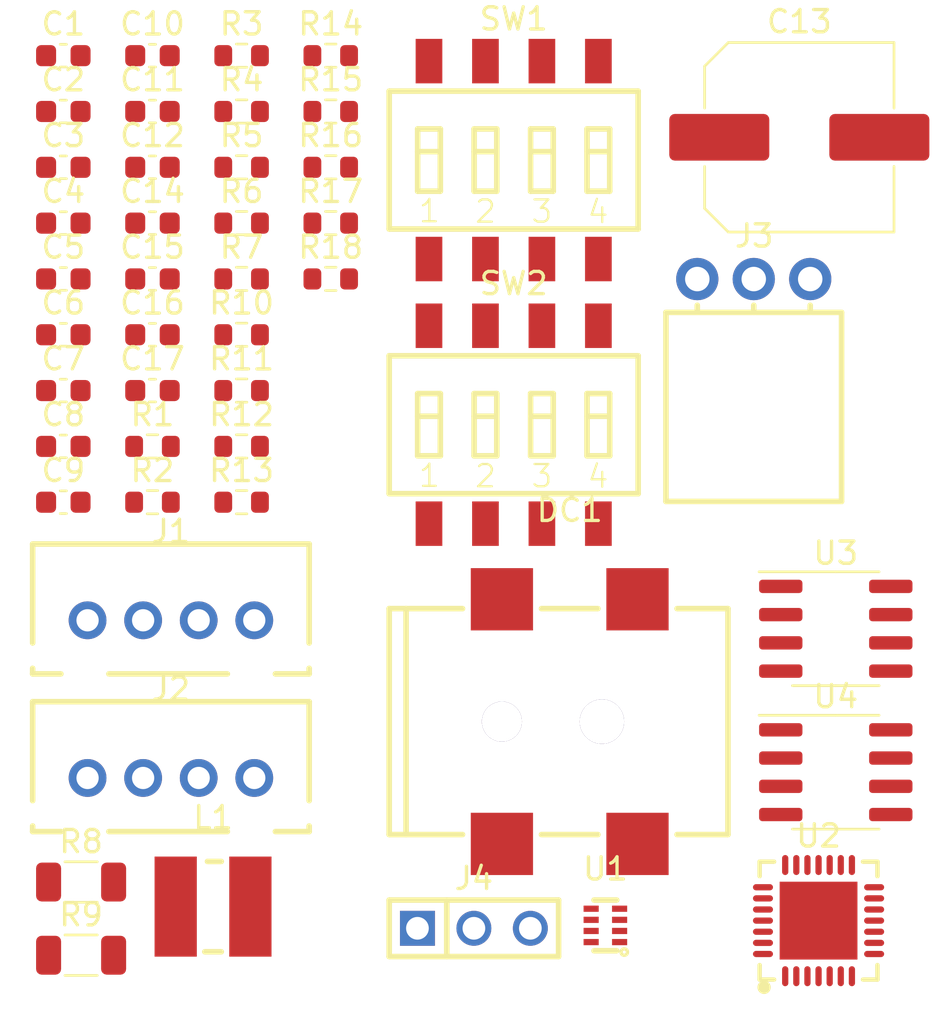
<source format=kicad_pcb>
(kicad_pcb (version 20221018) (generator pcbnew)
  (layers (0 "F.Cu" signal) (31 "B.Cu" signal) (34 "B.Paste" user) (35 "F.Paste" user) (36 "B.SilkS" user "B.Silkscreen") (37 "F.SilkS" user "F.Silkscreen") (38 "B.Mask" user) (39 "F.Mask" user) (44 "Edge.Cuts" user))
  (net 0 "")
  (net 1 "GND")
  (net 2 "SPREAD")
  (net 3 "DIR")
  (net 4 "MS2")
  (net 5 "MS1")
  (net 6 "Net-(U1-FB)")
  (net 7 "Net-(U1-SS)")
  (net 8 "Net-(U1-BST)")
  (net 9 "Net-(U1-SW)")
  (net 10 "VCC")
  (net 11 "Net-(U1-EN)")
  (net 12 "Net-(U1-RT)")
  (net 13 "BrakeB")
  (net 14 "OB1")
  (net 15 "OA1")
  (net 16 "BrakeA")
  (net 17 "OA2")
  (net 20 "STEP")
  (net 21 "Net-(U2-VCC_IO)")
  (net 26 "Net-(U2-5VOUT)")
  (net 27 "Net-(U2-VCP)")
  (net 28 "Net-(U2-CPI)")
  (net 29 "Net-(U2-CPO)")
  (net 30 "Enable")
  (net 31 "OB2")
  (net 32 "+3.3V")
  (net 33 "Net-(C5-Pad1)")
  (net 34 "Net-(C9-Pad2)")
  (net 35 "Net-(U4-1IN-)")
  (net 36 "Sensor")
  (net 37 "UPDI")
  (net 38 "Net-(U4-1IN+)")
  (net 39 "Net-(U4-1OUT)")
  (net 40 "Net-(SW2-A2)")
  (net 41 "Net-(SW2-A3)")
  (net 42 "Net-(SW2-A4)")
  (footprint "Resistor_SMD:R_0603_1608Metric" (layer "F.Cu") (at 28.695 32.45)
    (fp_text reference "R11" (at 0 -1.43) (layer "F.SilkS"))
    (fp_text value "10k")
    (fp_line (start -0.237258 -0.5225) (end 0.237258 -0.5225) (stroke (width 0.12)) (layer "F.SilkS"))
    (fp_line (start -0.237258 0.5225) (end 0.237258 0.5225) (stroke (width 0.12)) (layer "F.SilkS"))
    (pad "1" smd roundrect (at -0.825 0) (size 0.8 0.95) (layers "F.Cu" "F.Paste" "F.Mask") (net 4 "MS2"))
    (pad "2" smd roundrect (at 0.825 0) (size 0.8 0.95) (layers "F.Cu" "F.Paste" "F.Mask") (net 1 "GND"))
  )
  (footprint "Resistor_SMD:R_1206_3216Metric" (layer "F.Cu") (at 21.475 57.84)
    (fp_text reference "R9" (at 0 -1.82) (layer "F.SilkS"))
    (fp_text value "180m 1W")
    (fp_line (start -0.727064 -0.91) (end 0.727064 -0.91) (stroke (width 0.12)) (layer "F.SilkS"))
    (fp_line (start -0.727064 0.91) (end 0.727064 0.91) (stroke (width 0.12)) (layer "F.SilkS"))
    (pad "1" smd roundrect (at -1.4625 0) (size 1.125 1.75) (layers "F.Cu" "F.Paste" "F.Mask") (roundrect_rratio 0.222222) (net 1 "GND"))
    (pad "2" smd roundrect (at 1.4625 0) (size 1.125 1.75) (layers "F.Cu" "F.Paste" "F.Mask") (roundrect_rratio 0.222222) (net 13 "BrakeB"))
  )
  (footprint "Capacitor_SMD:C_0603_1608Metric" (layer "F.Cu") (at 24.685 29.94)
    (fp_text reference "C16" (at 0 -1.43) (layer "F.SilkS"))
    (fp_text value "2u2")
    (fp_line (start -0.14058 -0.51) (end 0.14058 -0.51) (stroke (width 0.12)) (layer "F.SilkS"))
    (fp_line (start -0.14058 0.51) (end 0.14058 0.51) (stroke (width 0.12)) (layer "F.SilkS"))
    (pad "1" smd roundrect (at -0.775 0) (size 0.9 0.95) (layers "F.Cu" "F.Paste" "F.Mask") (net 26 "Net-(U2-5VOUT)"))
    (pad "2" smd roundrect (at 0.775 0) (size 0.9 0.95) (layers "F.Cu" "F.Paste" "F.Mask") (net 1 "GND"))
  )
  (footprint "Capacitor_SMD:C_0603_1608Metric" (layer "F.Cu") (at 20.675 34.96)
    (fp_text reference "C8" (at 0 -1.43) (layer "F.SilkS"))
    (fp_text value "100n")
    (fp_line (start -0.14058 -0.51) (end 0.14058 -0.51) (stroke (width 0.12)) (layer "F.SilkS"))
    (fp_line (start -0.14058 0.51) (end 0.14058 0.51) (stroke (width 0.12)) (layer "F.SilkS"))
    (pad "1" smd roundrect (at -0.775 0) (size 0.9 0.95) (layers "F.Cu" "F.Paste" "F.Mask") (net 32 "+3.3V"))
    (pad "2" smd roundrect (at 0.775 0) (size 0.9 0.95) (layers "F.Cu" "F.Paste" "F.Mask") (net 1 "GND"))
  )
  (footprint "Resistor_SMD:R_0603_1608Metric" (layer "F.Cu") (at 28.695 19.9)
    (fp_text reference "R4" (at 0 -1.43) (layer "F.SilkS"))
    (fp_text value "0")
    (fp_line (start -0.237258 -0.5225) (end 0.237258 -0.5225) (stroke (width 0.12)) (layer "F.SilkS"))
    (fp_line (start -0.237258 0.5225) (end 0.237258 0.5225) (stroke (width 0.12)) (layer "F.SilkS"))
    (pad "1" smd roundrect (at -0.825 0) (size 0.8 0.95) (layers "F.Cu" "F.Paste" "F.Mask") (net 8 "Net-(U1-BST)"))
    (pad "2" smd roundrect (at 0.825 0) (size 0.8 0.95) (layers "F.Cu" "F.Paste" "F.Mask") (net 33 "Net-(C5-Pad1)"))
  )
  (footprint "Capacitor_SMD:C_Elec_8x10.2" (layer "F.Cu") (at 53.785 21.06)
    (fp_text reference "C13" (at 0 -5.2) (layer "F.SilkS"))
    (fp_text value "100u")
    (fp_line (start -4.26 -3.195563) (end -4.26 -1.31) (stroke (width 0.12)) (layer "F.SilkS"))
    (fp_line (start -4.26 -3.195563) (end -3.195563 -4.26) (stroke (width 0.12)) (layer "F.SilkS"))
    (fp_line (start -4.26 3.195563) (end -4.26 1.31) (stroke (width 0.12)) (layer "F.SilkS"))
    (fp_line (start -4.26 3.195563) (end -3.195563 4.26) (stroke (width 0.12)) (layer "F.SilkS"))
    (fp_line (start -3.195563 -4.26) (end 4.26 -4.26) (stroke (width 0.12)) (layer "F.SilkS"))
    (fp_line (start -3.195563 4.26) (end 4.26 4.26) (stroke (width 0.12)) (layer "F.SilkS"))
    (fp_line (start 4.26 -4.26) (end 4.26 -1.31) (stroke (width 0.12)) (layer "F.SilkS"))
    (fp_line (start 4.26 4.26) (end 4.26 1.31) (stroke (width 0.12)) (layer "F.SilkS"))
    (pad "1" smd roundrect (at -3.6 0) (size 4.5 2.1) (layers "F.Cu" "F.Paste" "F.Mask") (roundrect_rratio 0.119048) (net 10 "VCC"))
    (pad "2" smd roundrect (at 3.6 0) (size 4.5 2.1) (layers "F.Cu" "F.Paste" "F.Mask") (roundrect_rratio 0.119048) (net 1 "GND"))
  )
  (footprint "Capacitor_SMD:C_0603_1608Metric" (layer "F.Cu") (at 20.675 27.43)
    (fp_text reference "C5" (at 0 -1.43) (layer "F.SilkS"))
    (fp_text value "100n")
    (fp_line (start -0.14058 -0.51) (end 0.14058 -0.51) (stroke (width 0.12)) (layer "F.SilkS"))
    (fp_line (start -0.14058 0.51) (end 0.14058 0.51) (stroke (width 0.12)) (layer "F.SilkS"))
    (pad "1" smd roundrect (at -0.775 0) (size 0.9 0.95) (layers "F.Cu" "F.Paste" "F.Mask") (net 33 "Net-(C5-Pad1)"))
    (pad "2" smd roundrect (at 0.775 0) (size 0.9 0.95) (layers "F.Cu" "F.Paste" "F.Mask") (net 9 "Net-(U1-SW)"))
  )
  (footprint "Resistor_SMD:R_0603_1608Metric" (layer "F.Cu") (at 28.695 29.94)
    (fp_text reference "R10" (at 0 -1.43) (layer "F.SilkS"))
    (fp_text value "10k")
    (fp_line (start -0.237258 -0.5225) (end 0.237258 -0.5225) (stroke (width 0.12)) (layer "F.SilkS"))
    (fp_line (start -0.237258 0.5225) (end 0.237258 0.5225) (stroke (width 0.12)) (layer "F.SilkS"))
    (pad "1" smd roundrect (at -0.825 0) (size 0.8 0.95) (layers "F.Cu" "F.Paste" "F.Mask") (net 5 "MS1"))
    (pad "2" smd roundrect (at 0.825 0) (size 0.8 0.95) (layers "F.Cu" "F.Paste" "F.Mask") (net 1 "GND"))
  )
  (footprint "Resistor_SMD:R_0603_1608Metric" (layer "F.Cu") (at 32.705 27.43)
    (fp_text reference "R18" (at 0 -1.43) (layer "F.SilkS"))
    (fp_text value "0")
    (fp_line (start -0.237258 -0.5225) (end 0.237258 -0.5225) (stroke (width 0.12)) (layer "F.SilkS"))
    (fp_line (start -0.237258 0.5225) (end 0.237258 0.5225) (stroke (width 0.12)) (layer "F.SilkS"))
    (pad "1" smd roundrect (at -0.825 0) (size 0.8 0.95) (layers "F.Cu" "F.Paste" "F.Mask") (net 30 "Enable"))
    (pad "2" smd roundrect (at 0.825 0) (size 0.8 0.95) (layers "F.Cu" "F.Paste" "F.Mask") (net 1 "GND"))
  )
  (footprint "Capacitor_SMD:C_0603_1608Metric" (layer "F.Cu") (at 20.675 24.92)
    (fp_text reference "C4" (at 0 -1.43) (layer "F.SilkS"))
    (fp_text value "33n")
    (fp_line (start -0.14058 -0.51) (end 0.14058 -0.51) (stroke (width 0.12)) (layer "F.SilkS"))
    (fp_line (start -0.14058 0.51) (end 0.14058 0.51) (stroke (width 0.12)) (layer "F.SilkS"))
    (pad "1" smd roundrect (at -0.775 0) (size 0.9 0.95) (layers "F.Cu" "F.Paste" "F.Mask") (net 1 "GND"))
    (pad "2" smd roundrect (at 0.775 0) (size 0.9 0.95) (layers "F.Cu" "F.Paste" "F.Mask") (net 7 "Net-(U1-SS)"))
  )
  (footprint "easyeda2kicad:SW-SMD_8P-L11.1-W6.2-P2.54-LS9.8" (layer "F.Cu") (at 40.935 33.985)
    (fp_text reference "SW2" (at 0 -6.35) (layer "F.SilkS"))
    (fp_text value "A6S-4101-H")
    (fp_text user "1" (at -4.334081 2.29136) (layer "F.SilkS") (effects (font (thickness 0.1)) (justify left)))
    (fp_text user "4" (at 3.250653 2.329861) (layer "F.SilkS") (effects (font (thickness 0.1)) (justify left)))
    (fp_text user "3" (at 0.728825 2.31061) (layer "F.SilkS") (effects (font (thickness 0.1)) (justify left)))
    (fp_text user "2" (at -1.811175 2.31061) (layer "F.SilkS") (effects (font (thickness 0.1)) (justify left)))
    (fp_line (start -5.6 -3.1) (end 5.6 -3.1) (stroke (width 0.25)) (layer "F.SilkS"))
    (fp_line (start -5.6 3.1) (end -5.6 -3.1) (stroke (width 0.25)) (layer "F.SilkS"))
    (fp_line (start -4.32 -1.4) (end -4.32 1.4) (stroke (width 0.25)) (layer "F.SilkS"))
    (fp_line (start -4.32 -0.38) (end -3.43 -0.38) (stroke (width 0.25)) (layer "F.SilkS"))
    (fp_line (start -4.32 1.4) (end -3.3 1.4) (stroke (width 0.25)) (layer "F.SilkS"))
    (fp_line (start -3.3 -1.4) (end -4.32 -1.4) (stroke (width 0.25)) (layer "F.SilkS"))
    (fp_line (start -3.3 1.4) (end -3.3 -1.4) (stroke (width 0.25)) (layer "F.SilkS"))
    (fp_line (start -1.78 -1.4) (end -1.78 1.4) (stroke (width 0.25)) (layer "F.SilkS"))
    (fp_line (start -1.78 -0.38) (end -0.89 -0.38) (stroke (width 0.25)) (layer "F.SilkS"))
    (fp_line (start -1.78 1.4) (end -0.76 1.4) (stroke (width 0.25)) (layer "F.SilkS"))
    (fp_line (start -0.76 -1.4) (end -1.78 -1.4) (stroke (width 0.25)) (layer "F.SilkS"))
    (fp_line (start -0.76 1.4) (end -0.76 -1.4) (stroke (width 0.25)) (layer "F.SilkS"))
    (fp_line (start 0.76 -1.4) (end 0.76 1.4) (stroke (width 0.25)) (layer "F.SilkS"))
    (fp_line (start 0.76 -0.38) (end 1.65 -0.38) (stroke (width 0.25)) (layer "F.SilkS"))
    (fp_line (start 0.76 1.4) (end 1.78 1.4) (stroke (width 0.25)) (layer "F.SilkS"))
    (fp_line (start 1.78 -1.4) (end 0.76 -1.4) (stroke (width 0.25)) (layer "F.SilkS"))
    (fp_line (start 1.78 1.4) (end 1.78 -1.4) (stroke (width 0.25)) (layer "F.SilkS"))
    (fp_line (start 3.3 -1.4) (end 3.3 1.4) (stroke (width 0.25)) (layer "F.SilkS"))
    (fp_line (start 3.3 -0.38) (end 4.19 -0.38) (stroke (width 0.25)) (layer "F.SilkS"))
    (fp_line (start 3.3 1.4) (end 4.32 1.4) (stroke (width 0.25)) (layer "F.SilkS"))
    (fp_line (start 4.32 -1.4) (end 3.3 -1.4) (stroke (width 0.25)) (layer "F.SilkS"))
    (fp_line (start 4.32 1.4) (end 4.32 -1.4) (stroke (width 0.25)) (layer "F.SilkS"))
    (fp_line (start 5.6 -3.1) (end 5.6 3.1) (stroke (width 0.25)) (layer "F.SilkS"))
    (fp_line (start 5.6 3.1) (end -5.6 3.1) (stroke (width 0.25)) (layer "F.SilkS"))
    (pad "1" smd rect (at -3.81 4.45) (size 1.2 2) (layers "F.Cu" "F.Paste" "F.Mask") (net 37 "UPDI"))
    (pad "2" smd rect (at -1.27 4.45) (size 1.2 2) (layers "F.Cu" "F.Paste" "F.Mask") (net 40 "Net-(SW2-A2)"))
    (pad "3" smd rect (at 1.27 4.45) (size 1.2 2) (layers "F.Cu" "F.Paste" "F.Mask") (net 41 "Net-(SW2-A3)"))
    (pad "4" smd rect (at 3.81 4.45) (size 1.2 2) (layers "F.Cu" "F.Paste" "F.Mask") (net 42 "Net-(SW2-A4)"))
    (pad "5" smd rect (at 3.81 -4.45) (size 1.2 2) (layers "F.Cu" "F.Paste" "F.Mask") (net 1 "GND"))
    (pad "6" smd rect (at 1.27 -4.45) (size 1.2 2) (layers "F.Cu" "F.Paste" "F.Mask") (net 1 "GND"))
    (pad "7" smd rect (at -1.27 -4.45) (size 1.2 2) (layers "F.Cu" "F.Paste" "F.Mask") (net 1 "GND"))
    (pad "8" smd rect (at -3.81 -4.45) (size 1.2 2) (layers "F.Cu" "F.Paste" "F.Mask") (net 1 "GND"))
  )
  (footprint "easyeda2kicad:CONN-TH_B4B-XH-A-LF-SN" (layer "F.Cu") (at 25.515 42.78)
    (fp_text reference "J1" (at 0 -4) (layer "F.SilkS"))
    (fp_text value "DC_in")
    (fp_line (start -6.22 -3.43) (end -6.22 1.02) (stroke (width 0.25)) (layer "F.SilkS"))
    (fp_line (start -6.22 2.16) (end -6.22 2.41) (stroke (width 0.25)) (layer "F.SilkS"))
    (fp_line (start -6.22 2.41) (end -4.95 2.41) (stroke (width 0.25)) (layer "F.SilkS"))
    (fp_line (start -2.79 2.41) (end 2.54 2.41) (stroke (width 0.25)) (layer "F.SilkS"))
    (fp_line (start 4.7 2.41) (end 6.22 2.41) (stroke (width 0.25)) (layer "F.SilkS"))
    (fp_line (start 6.22 -3.43) (end -6.22 -3.43) (stroke (width 0.25)) (layer "F.SilkS"))
    (fp_line (start 6.22 -3.43) (end 6.22 1.02) (stroke (width 0.25)) (layer "F.SilkS"))
    (fp_line (start 6.22 2.41) (end 6.22 2.16) (stroke (width 0.25)) (layer "F.SilkS"))
    (pad "1" thru_hole circle (at 3.75 0) (size 1.7 1.7) (drill 0.999998) (layers "*.Cu" "*.Paste" "*.Mask") (net 10 "VCC"))
    (pad "2" thru_hole circle (at 1.25 0) (size 1.7 1.7) (drill 0.999998) (layers "*.Cu" "*.Paste" "*.Mask") (net 1 "GND"))
    (pad "3" thru_hole circle (at -1.25 0) (size 1.7 1.7) (drill 0.999998) (layers "*.Cu" "*.Paste" "*.Mask") (net 10 "VCC"))
    (pad "4" thru_hole circle (at -3.75 0) (size 1.7 1.7) (drill 0.999998) (layers "*.Cu" "*.Paste" "*.Mask") (net 1 "GND"))
  )
  (footprint "easyeda2kicad:SW-SMD_8P-L11.1-W6.2-P2.54-LS9.8" (layer "F.Cu") (at 40.935 22.085)
    (fp_text reference "SW1" (at 0 -6.35) (layer "F.SilkS"))
    (fp_text value "A6S-4101-H")
    (fp_text user "3" (at 0.728825 2.31061) (layer "F.SilkS") (effects (font (thickness 0.1)) (justify left)))
    (fp_text user "2" (at -1.811175 2.31061) (layer "F.SilkS") (effects (font (thickness 0.1)) (justify left)))
    (fp_text user "1" (at -4.334081 2.29136) (layer "F.SilkS") (effects (font (thickness 0.1)) (justify left)))
    (fp_text user "4" (at 3.250653 2.329861) (layer "F.SilkS") (effects (font (thickness 0.1)) (justify left)))
    (fp_line (start -5.6 -3.1) (end 5.6 -3.1) (stroke (width 0.25)) (layer "F.SilkS"))
    (fp_line (start -5.6 3.1) (end -5.6 -3.1) (stroke (width 0.25)) (layer "F.SilkS"))
    (fp_line (start -4.32 -1.4) (end -4.32 1.4) (stroke (width 0.25)) (layer "F.SilkS"))
    (fp_line (start -4.32 -0.38) (end -3.43 -0.38) (stroke (width 0.25)) (layer "F.SilkS"))
    (fp_line (start -4.32 1.4) (end -3.3 1.4) (stroke (width 0.25)) (layer "F.SilkS"))
    (fp_line (start -3.3 -1.4) (end -4.32 -1.4) (stroke (width 0.25)) (layer "F.SilkS"))
    (fp_line (start -3.3 1.4) (end -3.3 -1.4) (stroke (width 0.25)) (layer "F.SilkS"))
    (fp_line (start -1.78 -1.4) (end -1.78 1.4) (stroke (width 0.25)) (layer "F.SilkS"))
    (fp_line (start -1.78 -0.38) (end -0.89 -0.38) (stroke (width 0.25)) (layer "F.SilkS"))
    (fp_line (start -1.78 1.4) (end -0.76 1.4) (stroke (width 0.25)) (layer "F.SilkS"))
    (fp_line (start -0.76 -1.4) (end -1.78 -1.4) (stroke (width 0.25)) (layer "F.SilkS"))
    (fp_line (start -0.76 1.4) (end -0.76 -1.4) (stroke (width 0.25)) (layer "F.SilkS"))
    (fp_line (start 0.76 -1.4) (end 0.76 1.4) (stroke (width 0.25)) (layer "F.SilkS"))
    (fp_line (start 0.76 -0.38) (end 1.65 -0.38) (stroke (width 0.25)) (layer "F.SilkS"))
    (fp_line (start 0.76 1.4) (end 1.78 1.4) (stroke (width 0.25)) (layer "F.SilkS"))
    (fp_line (start 1.78 -1.4) (end 0.76 -1.4) (stroke (width 0.25)) (layer "F.SilkS"))
    (fp_line (start 1.78 1.4) (end 1.78 -1.4) (stroke (width 0.25)) (layer "F.SilkS"))
    (fp_line (start 3.3 -1.4) (end 3.3 1.4) (stroke (width 0.25)) (layer "F.SilkS"))
    (fp_line (start 3.3 -0.38) (end 4.19 -0.38) (stroke (width 0.25)) (layer "F.SilkS"))
    (fp_line (start 3.3 1.4) (end 4.32 1.4) (stroke (width 0.25)) (layer "F.SilkS"))
    (fp_line (start 4.32 -1.4) (end 3.3 -1.4) (stroke (width 0.25)) (layer "F.SilkS"))
    (fp_line (start 4.32 1.4) (end 4.32 -1.4) (stroke (width 0.25)) (layer "F.SilkS"))
    (fp_line (start 5.6 -3.1) (end 5.6 3.1) (stroke (width 0.25)) (layer "F.SilkS"))
    (fp_line (start 5.6 3.1) (end -5.6 3.1) (stroke (width 0.25)) (layer "F.SilkS"))
    (pad "1" smd rect (at -3.81 4.45) (size 1.2 2) (layers "F.Cu" "F.Paste" "F.Mask") (net 32 "+3.3V"))
    (pad "2" smd rect (at -1.27 4.45) (size 1.2 2) (layers "F.Cu" "F.Paste" "F.Mask") (net 32 "+3.3V"))
    (pad "3" smd rect (at 1.27 4.45) (size 1.2 2) (layers "F.Cu" "F.Paste" "F.Mask") (net 32 "+3.3V"))
    (pad "4" smd rect (at 3.81 4.45) (size 1.2 2) (layers "F.Cu" "F.Paste" "F.Mask") (net 32 "+3.3V"))
    (pad "5" smd rect (at 3.81 -4.45) (size 1.2 2) (layers "F.Cu" "F.Paste" "F.Mask") (net 2 "SPREAD"))
    (pad "6" smd rect (at 1.27 -4.45) (size 1.2 2) (layers "F.Cu" "F.Paste" "F.Mask") (net 3 "DIR"))
    (pad "7" smd rect (at -1.27 -4.45) (size 1.2 2) (layers "F.Cu" "F.Paste" "F.Mask") (net 4 "MS2"))
    (pad "8" smd rect (at -3.81 -4.45) (size 1.2 2) (layers "F.Cu" "F.Paste" "F.Mask") (net 5 "MS1"))
  )
  (footprint "Package_SO:SOIC-8_3.9x4.9mm_P1.27mm" (layer "F.Cu") (at 55.425 49.61)
    (fp_text reference "U4" (at 0 -3.4) (layer "F.SilkS"))
    (fp_text value "LM358DR")
    (fp_line (start 0 -2.56) (end -3.45 -2.56) (stroke (width 0.12)) (layer "F.SilkS"))
    (fp_line (start 0 -2.56) (end 1.95 -2.56) (stroke (width 0.12)) (layer "F.SilkS"))
    (fp_line (start 0 2.56) (end -1.95 2.56) (stroke (width 0.12)) (layer "F.SilkS"))
    (fp_line (start 0 2.56) (end 1.95 2.56) (stroke (width 0.12)) (layer "F.SilkS"))
    (pad "1" smd roundrect (at -2.475 -1.905) (size 1.95 0.6) (layers "F.Cu" "F.Paste" "F.Mask") (net 39 "Net-(U4-1OUT)"))
    (pad "2" smd roundrect (at -2.475 -0.635) (size 1.95 0.6) (layers "F.Cu" "F.Paste" "F.Mask") (net 35 "Net-(U4-1IN-)"))
    (pad "3" smd roundrect (at -2.475 0.635) (size 1.95 0.6) (layers "F.Cu" "F.Paste" "F.Mask") (net 38 "Net-(U4-1IN+)"))
    (pad "4" smd roundrect (at -2.475 1.905) (size 1.95 0.6) (layers "F.Cu" "F.Paste" "F.Mask") (net 1 "GND"))
    (pad "5" smd roundrect (at 2.475 1.905) (size 1.95 0.6) (layers "F.Cu" "F.Paste" "F.Mask"))
    (pad "6" smd roundrect (at 2.475 0.635) (size 1.95 0.6) (layers "F.Cu" "F.Paste" "F.Mask"))
    (pad "7" smd roundrect (at 2.475 -0.635) (size 1.95 0.6) (layers "F.Cu" "F.Paste" "F.Mask"))
    (pad "8" smd roundrect (at 2.475 -1.905) (size 1.95 0.6) (layers "F.Cu" "F.Paste" "F.Mask") (net 32 "+3.3V"))
  )
  (footprint "easyeda2kicad:SOT-583-8_L2.1-W1.2-P0.50-LS1.6-BR" (layer "F.Cu") (at 45.06 56.5)
    (fp_text reference "U1" (at 0 -2.54) (layer "F.SilkS"))
    (fp_text value "TPS62933DRLR")
    (fp_line (start -0.51 1.14) (end 0.51 1.14) (stroke (width 0.25)) (layer "F.SilkS"))
    (fp_line (start 0.51 -1.14) (end -0.51 -1.14) (stroke (width 0.25)) (layer "F.SilkS"))
    (fp_circle (center 0.85 1.2) (end 0.92 1.2) (stroke (width 0.15)) (fill none) (layer "F.SilkS"))
    (pad "1" smd rect (at 0.64 0.75 90) (size 0.28 0.68) (layers "F.Cu" "F.Paste" "F.Mask") (net 12 "Net-(U1-RT)"))
    (pad "2" smd rect (at 0.64 0.25 90) (size 0.28 0.68) (layers "F.Cu" "F.Paste" "F.Mask") (net 11 "Net-(U1-EN)"))
    (pad "3" smd rect (at 0.64 -0.25 90) (size 0.28 0.68) (layers "F.Cu" "F.Paste" "F.Mask") (net 10 "VCC"))
    (pad "4" smd rect (at 0.64 -0.75 90) (size 0.28 0.68) (layers "F.Cu" "F.Paste" "F.Mask") (net 1 "GND"))
    (pad "5" smd rect (at -0.64 -0.75 90) (size 0.28 0.68) (layers "F.Cu" "F.Paste" "F.Mask") (net 9 "Net-(U1-SW)"))
    (pad "6" smd rect (at -0.64 -0.25 90) (size 0.28 0.68) (layers "F.Cu" "F.Paste" "F.Mask") (net 8 "Net-(U1-BST)"))
    (pad "7" smd rect (at -0.64 0.25 90) (size 0.28 0.68) (layers "F.Cu" "F.Paste" "F.Mask") (net 7 "Net-(U1-SS)"))
    (pad "8" smd rect (at -0.64 0.75 90) (size 0.28 0.68) (layers "F.Cu" "F.Paste" "F.Mask") (net 6 "Net-(U1-FB)"))
  )
  (footprint "Capacitor_SMD:C_0603_1608Metric" (layer "F.Cu") (at 20.675 37.47)
    (fp_text reference "C9" (at 0 -1.43) (layer "F.SilkS"))
    (fp_text value "10p")
    (fp_line (start -0.14058 -0.51) (end 0.14058 -0.51) (stroke (width 0.12)) (layer "F.SilkS"))
    (fp_line (start -0.14058 0.51) (end 0.14058 0.51) (stroke (width 0.12)) (layer "F.SilkS"))
    (pad "1" smd roundrect (at -0.775 0) (size 0.9 0.95) (layers "F.Cu" "F.Paste" "F.Mask") (net 6 "Net-(U1-FB)"))
    (pad "2" smd roundrect (at 0.775 0) (size 0.9 0.95) (layers "F.Cu" "F.Paste" "F.Mask") (net 34 "Net-(C9-Pad2)"))
  )
  (footprint "easyeda2kicad:QFN-28_L5.0-W5.0-P0.50-BL-EP" (layer "F.Cu") (at 54.65 56.285)
    (fp_text reference "U2" (at 0 -3.81) (layer "F.SilkS"))
    (fp_text value "TMC2209-LA")
    (fp_line (start -2.65 -2.65) (end -2.65 -2) (stroke (width 0.2)) (layer "F.SilkS"))
    (fp_line (start -2.65 2.65) (end -2.65 2) (stroke (width 0.2)) (layer "F.SilkS"))
    (fp_line (start -2 -2.65) (end -2.65 -2.65) (stroke (width 0.2)) (layer "F.SilkS"))
    (fp_line (start -2 2.65) (end -2.65 2.65) (stroke (width 0.2)) (layer "F.SilkS"))
    (fp_line (start 2 2.65) (end 2.65 2.65) (stroke (width 0.2)) (layer "F.SilkS"))
    (fp_line (start 2.65 -2.65) (end 2 -2.65) (stroke (width 0.2)) (layer "F.SilkS"))
    (fp_line (start 2.65 -2) (end 2.65 -2.65) (stroke (width 0.2)) (layer "F.SilkS"))
    (fp_line (start 2.65 2.65) (end 2.65 2) (stroke (width 0.2)) (layer "F.SilkS"))
    (fp_arc (start -2.45 3) (mid -2.45 3) (end -2.45 3) (stroke (width 0.3)) (layer "F.SilkS"))
    (pad "1" smd oval (at -1.5 2.5 180) (size 0.28 0.9) (layers "F.Cu" "F.Paste" "F.Mask") (net 31 "OB2"))
    (pad "2" smd oval (at -1 2.5 180) (size 0.28 0.9) (layers "F.Cu" "F.Paste" "F.Mask") (net 30 "Enable"))
    (pad "3" smd oval (at -0.5 2.5 180) (size 0.28 0.9) (layers "F.Cu" "F.Paste" "F.Mask") (net 1 "GND"))
    (pad "4" smd oval (at 0 2.5 180) (size 0.28 0.9) (layers "F.Cu" "F.Paste" "F.Mask") (net 29 "Net-(U2-CPO)"))
    (pad "5" smd oval (at 0.5 2.5 180) (size 0.28 0.9) (layers "F.Cu" "F.Paste" "F.Mask") (net 28 "Net-(U2-CPI)"))
    (pad "6" smd oval (at 1 2.5 180) (size 0.28 0.9) (layers "F.Cu" "F.Paste" "F.Mask") (net 27 "Net-(U2-VCP)"))
    (pad "7" smd oval (at 1.5 2.5 180) (size 0.28 0.9) (layers "F.Cu" "F.Paste" "F.Mask") (net 2 "SPREAD"))
    (pad "8" smd oval (at 2.5 1.5 90) (size 0.28 0.9) (layers "F.Cu" "F.Paste" "F.Mask") (net 26 "Net-(U2-5VOUT)"))
    (pad "9" smd oval (at 2.5 1 90) (size 0.28 0.9) (layers "F.Cu" "F.Paste" "F.Mask") (net 5 "MS1"))
    (pad "10" smd oval (at 2.5 0.5 90) (size 0.28 0.9) (layers "F.Cu" "F.Paste" "F.Mask") (net 4 "MS2"))
    (pad "11" smd oval (at 2.5 0 90) (size 0.28 0.9) (layers "F.Cu" "F.Paste" "F.Mask"))
    (pad "12" smd oval (at 2.5 -0.5 90) (size 0.28 0.9) (layers "F.Cu" "F.Paste" "F.Mask"))
    (pad "13" smd oval (at 2.5 -1 90) (size 0.28 0.9) (layers "F.Cu" "F.Paste" "F.Mask"))
    (pad "14" smd oval (at 2.5 -1.5 90) (size 0.28 0.9) (layers "F.Cu" "F.Paste" "F.Mask"))
    (pad "15" smd oval (at 1.5 -2.5 180) (size 0.28 0.9) (layers "F.Cu" "F.Paste" "F.Mask") (net 21 "Net-(U2-VCC_IO)"))
    (pad "16" smd oval (at 1 -2.5 180) (size 0.28 0.9) (layers "F.Cu" "F.Paste" "F.Mask") (net 20 "STEP"))
    (pad "17" smd oval (at 0.5 -2.5 180) (size 0.28 0.9) (layers "F.Cu" "F.Paste" "F.Mask"))
    (pad "18" smd oval (at 0 -2.5 180) (size 0.28 0.9) (layers "F.Cu" "F.Paste" "F.Mask") (net 1 "GND"))
    (pad "19" smd oval (at -0.5 -2.5 180) (size 0.28 0.9) (layers "F.Cu" "F.Paste" "F.Mask") (net 3 "DIR"))
    (pad "20" smd oval (at -1 -2.5 180) (size 0.28 0.9) (layers "F.Cu" "F.Paste" "F.Mask"))
    (pad "21" smd oval (at -1.5 -2.5 180) (size 0.28 0.9) (layers "F.Cu" "F.Paste" "F.Mask") (net 17 "OA2"))
    (pad "22" smd oval (at -2.5 -1.5 90) (size 0.28 0.9) (layers "F.Cu" "F.Paste" "F.Mask") (net 10 "VCC"))
    (pad "23" smd oval (at -2.5 -1 90) (size 0.28 0.9) (layers "F.Cu" "F.Paste" "F.Mask") (net 16 "BrakeA"))
    (pad "24" smd oval (at -2.5 -0.5 90) (size 0.28 0.9) (layers "F.Cu" "F.Paste" "F.Mask") (net 15 "OA1"))
    (pad "25" smd oval (at -2.5 0 90) (size 0.28 0.9) (layers "F.Cu" "F.Paste" "F.Mask") (net 1 "GND"))
    (pad "26" smd oval (at -2.5 0.5 90) (size 0.28 0.9) (layers "F.Cu" "F.Paste" "F.Mask") (net 14 "OB1"))
    (pad "27" smd oval (at -2.5 1 90) (size 0.28 0.9) (layers "F.Cu" "F.Paste" "F.Mask") (net 13 "BrakeB"))
    (pad "28" smd oval (at -2.5 1.5 90) (size 0.28 0.9) (layers "F.Cu" "F.Paste" "F.Mask") (net 10 "VCC"))
    (pad "29" smd rect (at 0 0 90) (size 3.5 3.5) (layers "F.Cu" "F.Paste" "F.Mask") (net 1 "GND"))
  )
  (footprint "Resistor_SMD:R_0603_1608Metric" (layer "F.Cu") (at 28.695 27.43)
    (fp_text reference "R7" (at 0 -1.43) (layer "F.SilkS"))
    (fp_text value "10k2")
    (fp_line (start -0.237258 -0.5225) (end 0.237258 -0.5225) (stroke (width 0.12)) (layer "F.SilkS"))
    (fp_line (start -0.237258 0.5225) (end 0.237258 0.5225) (stroke (width 0.12)) (layer "F.SilkS"))
    (pad "1" smd roundrect (at -0.825 0) (size 0.8 0.95) (layers "F.Cu" "F.Paste" "F.Mask") (net 6 "Net-(U1-FB)"))
    (pad "2" smd roundrect (at 0.825 0) (size 0.8 0.95) (layers "F.Cu" "F.Paste" "F.Mask") (net 1 "GND"))
  )
  (footprint "Resistor_SMD:R_0603_1608Metric" (layer "F.Cu") (at 24.685 34.96)
    (fp_text reference "R1" (at 0 -1.43) (layer "F.SilkS"))
    (fp_text value "511k")
    (fp_line (start -0.237258 -0.5225) (end 0.237258 -0.5225) (stroke (width 0.12)) (layer "F.SilkS"))
    (fp_line (start -0.237258 0.5225) (end 0.237258 0.5225) (stroke (width 0.12)) (layer "F.SilkS"))
    (pad "1" smd roundrect (at -0.825 0) (size 0.8 0.95) (layers "F.Cu" "F.Paste" "F.Mask") (net 10 "VCC"))
    (pad "2" smd roundrect (at 0.825 0) (size 0.8 0.95) (layers "F.Cu" "F.Paste" "F.Mask") (net 11 "Net-(U1-EN)"))
  )
  (footprint "Resistor_SMD:R_0603_1608Metric" (layer "F.Cu") (at 32.705 17.39)
    (fp_text reference "R14" (at 0 -1.43) (layer "F.SilkS"))
    (fp_text value "4k7")
    (fp_line (start -0.237258 -0.5225) (end 0.237258 -0.5225) (stroke (width 0.12)) (layer "F.SilkS"))
    (fp_line (start -0.237258 0.5225) (end 0.237258 0.5225) (stroke (width 0.12)) (layer "F.SilkS"))
    (pad "1" smd roundrect (at -0.825 0) (size 0.8 0.95) (layers "F.Cu" "F.Paste" "F.Mask") (net 20 "STEP"))
    (pad "2" smd roundrect (at 0.825 0) (size 0.8 0.95) (layers "F.Cu" "F.Paste" "F.Mask") (net 35 "Net-(U4-1IN-)"))
  )
  (footprint "Capacitor_SMD:C_0603_1608Metric" (layer "F.Cu") (at 24.685 27.43)
    (fp_text reference "C15" (at 0 -1.43) (layer "F.SilkS"))
    (fp_text value "100n 16V")
    (fp_line (start -0.14058 -0.51) (end 0.14058 -0.51) (stroke (width 0.12)) (layer "F.SilkS"))
    (fp_line (start -0.14058 0.51) (end 0.14058 0.51) (stroke (width 0.12)) (layer "F.SilkS"))
    (pad "1" smd roundrect (at -0.775 0) (size 0.9 0.95) (layers "F.Cu" "F.Paste" "F.Mask") (net 10 "VCC"))
    (pad "2" smd roundrect (at 0.775 0) (size 0.9 0.95) (layers "F.Cu" "F.Paste" "F.Mask") (net 27 "Net-(U2-VCP)"))
  )
  (footprint "Resistor_SMD:R_0603_1608Metric" (layer "F.Cu") (at 28.695 37.47)
    (fp_text reference "R13" (at 0 -1.43) (layer "F.SilkS"))
    (fp_text value "10k")
    (fp_line (start -0.237258 -0.5225) (end 0.237258 -0.5225) (stroke (width 0.12)) (layer "F.SilkS"))
    (fp_line (start -0.237258 0.5225) (end 0.237258 0.5225) (stroke (width 0.12)) (layer "F.SilkS"))
    (pad "1" smd roundrect (at -0.825 0) (size 0.8 0.95) (layers "F.Cu" "F.Paste" "F.Mask") (net 2 "SPREAD"))
    (pad "2" smd roundrect (at 0.825 0) (size 0.8 0.95) (layers "F.Cu" "F.Paste" "F.Mask") (net 1 "GND"))
  )
  (footprint "Capacitor_SMD:C_0603_1608Metric" (layer "F.Cu") (at 24.685 19.9)
    (fp_text reference "C11" (at 0 -1.43) (layer "F.SilkS"))
    (fp_text value "100n")
    (fp_line (start -0.14058 -0.51) (end 0.14058 -0.51) (stroke (width 0.12)) (layer "F.SilkS"))
    (fp_line (start -0.14058 0.51) (end 0.14058 0.51) (stroke (width 0.12)) (layer "F.SilkS"))
    (pad "1" smd roundrect (at -0.775 0) (size 0.9 0.95) (layers "F.Cu" "F.Paste" "F.Mask") (net 10 "VCC"))
    (pad "2" smd roundrect (at 0.775 0) (size 0.9 0.95) (layers "F.Cu" "F.Paste" "F.Mask") (net 1 "GND"))
  )
  (footprint "Capacitor_SMD:C_0603_1608Metric" (layer "F.Cu") (at 20.675 32.45)
    (fp_text reference "C7" (at 0 -1.43) (layer "F.SilkS"))
    (fp_text value "22n")
    (fp_line (start -0.14058 -0.51) (end 0.14058 -0.51) (stroke (width 0.12)) (layer "F.SilkS"))
    (fp_line (start -0.14058 0.51) (end 0.14058 0.51) (stroke (width 0.12)) (layer "F.SilkS"))
    (pad "1" smd roundrect (at -0.775 0) (size 0.9 0.95) (layers "F.Cu" "F.Paste" "F.Mask") (net 1 "GND"))
    (pad "2" smd roundrect (at 0.775 0) (size 0.9 0.95) (layers "F.Cu" "F.Paste" "F.Mask") (net 32 "+3.3V"))
  )
  (footprint "easyeda2kicad:HDR-TH_3P-P2.54-V-F" (layer "F.Cu") (at 39.145 56.63)
    (fp_text reference "J4" (at -0.000962 -2.243912) (layer "F.SilkS"))
    (fp_text value "UPDI")
    (fp_line (start -3.81 -1.27) (end -3.81 1.27) (stroke (width 0.25)) (layer "F.SilkS"))
    (fp_line (start -3.81 -1.27) (end 3.81 -1.27) (stroke (width 0.25)) (layer "F.SilkS"))
    (fp_line (start -3.81 1.27) (end 3.81 1.27) (stroke (width 0.25)) (layer "F.SilkS"))
    (fp_line (start -1.22 -1.27) (end -1.22 1.27) (stroke (width 0.25)) (layer "F.SilkS"))
    (fp_line (start 3.81 -1.27) (end 3.81 1.27) (stroke (width 0.25)) (layer "F.SilkS"))
    (pad "1" thru_hole rect (at -2.54 0) (size 1.57 1.57) (drill 1.020013) (layers "*.Cu" "*.Paste" "*.Mask") (net 32 "+3.3V"))
    (pad "2" thru_hole circle (at 0 0) (size 1.57 1.57) (drill 1.020013) (layers "*.Cu" "*.Paste" "*.Mask") (net 37 "UPDI"))
    (pad "3" thru_hole circle (at 2.54 0) (size 1.57 1.57) (drill 1.020013) (layers "*.Cu" "*.Paste" "*.Mask") (net 1 "GND"))
  )
  (footprint "Resistor_SMD:R_0603_1608Metric" (layer "F.Cu") (at 28.695 22.41)
    (fp_text reference "R5" (at 0 -1.43) (layer "F.SilkS"))
    (fp_text value "49R9")
    (fp_line (start -0.237258 -0.5225) (end 0.237258 -0.5225) (stroke (width 0.12)) (layer "F.SilkS"))
    (fp_line (start -0.237258 0.5225) (end 0.237258 0.5225) (stroke (width 0.12)) (layer "F.SilkS"))
    (pad "1" smd roundrect (at -0.825 0) (size 0.8 0.95) (layers "F.Cu" "F.Paste" "F.Mask") (net 32 "+3.3V"))
    (pad "2" smd roundrect (at 0.825 0) (size 0.8 0.95) (layers "F.Cu" "F.Paste" "F.Mask") (net 34 "Net-(C9-Pad2)"))
  )
  (footprint "Capacitor_SMD:C_0603_1608Metric" (layer "F.Cu") (at 20.675 29.94)
    (fp_text reference "C6" (at 0 -1.43) (layer "F.SilkS"))
    (fp_text value "22n")
    (fp_line (start -0.14058 -0.51) (end 0.14058 -0.51) (stroke (width 0.12)) (layer "F.SilkS"))
    (fp_line (start -0.14058 0.51) (end 0.14058 0.51) (stroke (width 0.12)) (layer "F.SilkS"))
    (pad "1" smd roundrect (at -0.775 0) (size 0.9 0.95) (layers "F.Cu" "F.Paste" "F.Mask") (net 1 "GND"))
    (pad "2" smd roundrect (at 0.775 0) (size 0.9 0.95) (layers "F.Cu" "F.Paste" "F.Mask") (net 32 "+3.3V"))
  )
  (footprint "Capacitor_SMD:C_0603_1608Metric" (layer "F.Cu") (at 24.685 24.92)
    (fp_text reference "C14" (at 0 -1.43) (layer "F.SilkS"))
    (fp_text value "22n 50V")
    (fp_line (start -0.14058 -0.51) (end 0.14058 -0.51) (stroke (width 0.12)) (layer "F.SilkS"))
    (fp_line (start -0.14058 0.51) (end 0.14058 0.51) (stroke (width 0.12)) (layer "F.SilkS"))
    (pad "1" smd roundrect (at -0.775 0) (size 0.9 0.95) (layers "F.Cu" "F.Paste" "F.Mask") (net 28 "Net-(U2-CPI)"))
    (pad "2" smd roundrect (at 0.775 0) (size 0.9 0.95) (layers "F.Cu" "F.Paste" "F.Mask") (net 29 "Net-(U2-CPO)"))
  )
  (footprint "easyeda2kicad:DC-IN-TH_DC-005-5A-2.0-SMT" (layer "F.Cu") (at 43.455 47.335)
    (fp_text reference "DC1" (at 0 -9.5) (layer "F.SilkS"))
    (fp_text value "DC-005-5A-2.0-SMT")
    (fp_line (start -8.12 -5.08) (end -8.12 5.08) (stroke (width 0.25)) (layer "F.SilkS"))
    (fp_line (start -8.12 5.08) (end -4.82 5.08) (stroke (width 0.25)) (layer "F.SilkS"))
    (fp_line (start -7.36 -5.08) (end -7.36 5.08) (stroke (width 0.25)) (layer "F.SilkS"))
    (fp_line (start -4.82 -5.08) (end -8.12 -5.08) (stroke (width 0.25)) (layer "F.SilkS"))
    (fp_line (start -1.27 -5.08) (end 1.27 -5.08) (stroke (width 0.25)) (layer "F.SilkS"))
    (fp_line (start -1.27 5.08) (end 1.27 5.08) (stroke (width 0.25)) (layer "F.SilkS"))
    (fp_line (start 4.83 5.08) (end 7.12 5.08) (stroke (width 0.25)) (layer "F.SilkS"))
    (fp_line (start 7.12 -5.08) (end 4.83 -5.08) (stroke (width 0.25)) (layer "F.SilkS"))
    (fp_line (start 7.12 5.08) (end 7.12 -5.08) (stroke (width 0.25)) (layer "F.SilkS"))
    (pad "" thru_hole circle (at -3.05 0) (size 1.8 1.8) (drill 1.8) (layers "*.Cu" "*.Mask"))
    (pad "" thru_hole circle (at 1.45 0) (size 2 2) (drill 2) (layers "*.Cu" "*.Mask"))
    (pad "1" smd rect (at -3.05 -5.5) (size 2.8 2.8) (layers "F.Cu" "F.Paste" "F.Mask") (net 10 "VCC"))
    (pad "1" smd rect (at 3.05 -5.5) (size 2.8 2.8) (layers "F.Cu" "F.Paste" "F.Mask") (net 10 "VCC"))
    (pad "2" smd rect (at -3.05 5.5) (size 2.8 2.8) (layers "F.Cu" "F.Paste" "F.Mask") (net 1 "GND"))
    (pad "3" smd rect (at 3.05 5.5) (size 2.8 2.8) (layers "F.Cu" "F.Paste" "F.Mask") (net 1 "GND"))
  )
  (footprint "Resistor_SMD:R_0603_1608Metric" (layer "F.Cu") (at 32.705 22.41)
    (fp_text reference "R16" (at 0 -1.43) (layer "F.SilkS"))
    (fp_text value "1k5")
    (fp_line (start -0.237258 -0.5225) (end 0.237258 -0.5225) (stroke (width 0.12)) (layer "F.SilkS"))
    (fp_line (start -0.237258 0.5225) (end 0.237258 0.5225) (stroke (width 0.12)) (layer "F.SilkS"))
    (pad "1" smd roundrect (at -0.825 0) (size 0.8 0.95) (layers "F.Cu" "F.Paste" "F.Mask") (net 38 "Net-(U4-1IN+)"))
    (pad "2" smd roundrect (at 0.825 0) (size 0.8 0.95) (layers "F.Cu" "F.Paste" "F.Mask") (net 1 "GND"))
  )
  (footprint "Resistor_SMD:R_0603_1608Metric" (layer "F.Cu") (at 28.695 24.92)
    (fp_text reference "R6" (at 0 -1.43) (layer "F.SilkS"))
    (fp_text value "53k6")
    (fp_line (start -0.237258 -0.5225) (end 0.237258 -0.5225) (stroke (width 0.12)) (layer "F.SilkS"))
    (fp_line (start -0.237258 0.5225) (end 0.237258 0.5225) (stroke (width 0.12)) (layer "F.SilkS"))
    (pad "1" smd roundrect (at -0.825 0) (size 0.8 0.95) (layers "F.Cu" "F.Paste" "F.Mask") (net 34 "Net-(C9-Pad2)"))
    (pad "2" smd roundrect (at 0.825 0) (size 0.8 0.95) (layers "F.Cu" "F.Paste" "F.Mask") (net 6 "Net-(U1-FB)"))
  )
  (footprint "Package_SO:SOIC-8_3.9x4.9mm_P1.27mm" (layer "F.Cu") (at 55.425 43.16)
    (fp_text reference "U3" (at 0 -3.4) (layer "F.SilkS"))
    (fp_text value "ATtiny2X2")
    (fp_line (start 0 -2.56) (end -3.45 -2.56) (stroke (width 0.12)) (layer "F.SilkS"))
    (fp_line (start 0 -2.56) (end 1.95 -2.56) (stroke (width 0.12)) (layer "F.SilkS"))
    (fp_line (start 0 2.56) (end -1.95 2.56) (stroke (width 0.12)) (layer "F.SilkS"))
    (fp_line (start 0 2.56) (end 1.95 2.56) (stroke (width 0.12)) (layer "F.SilkS"))
    (pad "1" smd roundrect (at -2.475 -1.905) (size 1.95 0.6) (layers "F.Cu" "F.Paste" "F.Mask") (net 32 "+3.3V"))
    (pad "2" smd roundrect (at -2.475 -0.635) (size 1.95 0.6) (layers "F.Cu" "F.Paste" "F.Mask") (net 36 "Sensor"))
    (pad "3" smd roundrect (at -2.475 0.635) (size 1.95 0.6) (layers "F.Cu" "F.Paste" "F.Mask") (net 20 "STEP"))
    (pad "4" smd roundrect (at -2.475 1.905) (size 1.95 0.6) (layers "F.Cu" "F.Paste" "F.Mask") (net 40 "Net-(SW2-A2)"))
    (pad "5" smd roundrect (at 2.475 1.905) (size 1.95 0.6) (layers "F.Cu" "F.Paste" "F.Mask") (net 41 "Net-(SW2-A3)"))
    (pad "6" smd roundrect (at 2.475 0.635) (size 1.95 0.6) (layers "F.Cu" "F.Paste" "F.Mask") (net 37 "UPDI"))
    (pad "7" smd roundrect (at 2.475 -0.635) (size 1.95 0.6) (layers "F.Cu" "F.Paste" "F.Mask") (net 42 "Net-(SW2-A4)"))
    (pad "8" smd roundrect (at 2.475 -1.905) (size 1.95 0.6) (layers "F.Cu" "F.Paste" "F.Mask") (net 1 "GND"))
  )
  (footprint "Resistor_SMD:R_0603_1608Metric" (layer "F.Cu") (at 32.705 24.92)
    (fp_text reference "R17" (at 0 -1.43) (layer "F.SilkS"))
    (fp_text value "0")
    (fp_line (start -0.237258 -0.5225) (end 0.237258 -0.5225) (stroke (width 0.12)) (layer "F.SilkS"))
    (fp_line (start -0.237258 0.5225) (end 0.237258 0.5225) (stroke (width 0.12)) (layer "F.SilkS"))
    (pad "1" smd roundrect (at -0.825 0) (size 0.8 0.95) (layers "F.Cu" "F.Paste" "F.Mask") (net 30 "Enable"))
    (pad "2" smd roundrect (at 0.825 0) (size 0.8 0.95) (layers "F.Cu" "F.Paste" "F.Mask") (net 39 "Net-(U4-1OUT)"))
  )
  (footprint "easyeda2kicad:IND-SMD_L4.5-W4.0_SCD0403T" (layer "F.Cu") (at 27.41 55.655)
    (fp_text reference "L1" (at 0 -4) (layer "F.SilkS"))
    (fp_text value "6.8uH")
    (fp_line (start -0.37 2.03) (end 0.37 2.03) (stroke (width 0.25)) (layer "F.SilkS"))
    (fp_line (start -0.25 -2.03) (end 0.37 -2.03) (stroke (width 0.25)) (layer "F.SilkS"))
    (pad "1" smd rect (at -1.68 0 90) (size 4.5 1.9) (layers "F.Cu" "F.Paste" "F.Mask") (net 9 "Net-(U1-SW)"))
    (pad "2" smd rect (at 1.68 0 90) (size 4.5 1.9) (layers "F.Cu" "F.Paste" "F.Mask") (net 32 "+3.3V"))
  )
  (footprint "Resistor_SMD:R_0603_1608Metric" (layer "F.Cu") (at 24.685 37.47)
    (fp_text reference "R2" (at 0 -1.43) (layer "F.SilkS"))
    (fp_text value "88k7")
    (fp_line (start -0.237258 -0.5225) (end 0.237258 -0.5225) (stroke (width 0.12)) (layer "F.SilkS"))
    (fp_line (start -0.237258 0.5225) (end 0.237258 0.5225) (stroke (width 0.12)) (layer "F.SilkS"))
    (pad "1" smd roundrect (at -0.825 0) (size 0.8 0.95) (layers "F.Cu" "F.Paste" "F.Mask") (net 11 "Net-(U1-EN)"))
    (pad "2" smd roundrect (at 0.825 0) (size 0.8 0.95) (layers "F.Cu" "F.Paste" "F.Mask") (net 1 "GND"))
  )
  (footprint "Capacitor_SMD:C_0603_1608Metric" (layer "F.Cu") (at 20.675 17.39)
    (fp_text reference "C1" (at 0 -1.43) (layer "F.SilkS"))
    (fp_text value "10u")
    (fp_line (start -0.14058 -0.51) (end 0.14058 -0.51) (stroke (width 0.12)) (layer "F.SilkS"))
    (fp_line (start -0.14058 0.51) (end 0.14058 0.51) (stroke (width 0.12)) (layer "F.SilkS"))
    (pad "1" smd roundrect (at -0.775 0) (size 0.9 0.95) (layers "F.Cu" "F.Paste" "F.Mask") (net 10 "VCC"))
    (pad "2" smd roundrect (at 0.775 0) (size 0.9 0.95) (layers "F.Cu" "F.Paste" "F.Mask") (net 1 "GND"))
  )
  (footprint "Capacitor_SMD:C_0603_1608Metric" (layer "F.Cu") (at 24.685 22.41)
    (fp_text reference "C12" (at 0 -1.43) (layer "F.SilkS"))
    (fp_text value "100n")
    (fp_line (start -0.14058 -0.51) (end 0.14058 -0.51) (stroke (width 0.12)) (layer "F.SilkS"))
    (fp_line (start -0.14058 0.51) (end 0.14058 0.51) (stroke (width 0.12)) (layer "F.SilkS"))
    (pad "1" smd roundrect (at -0.775 0) (size 0.9 0.95) (layers "F.Cu" "F.Paste" "F.Mask") (net 10 "VCC"))
    (pad "2" smd roundrect (at 0.775 0) (size 0.9 0.95) (layers "F.Cu" "F.Paste" "F.Mask") (net 1 "GND"))
  )
  (footprint "easyeda2kicad:HDR-TH_3P-P2.54-H-F-W10.0-N" (layer "F.Cu") (at 51.735 27.435)
    (fp_text reference "J3" (at 0.020937 -1.940541) (layer "F.SilkS"))
    (fp_text value "Sensor")
    (fp_line (start -3.95 1.5) (end -3.95 10) (stroke (width 0.25)) (layer "F.SilkS"))
    (fp_line (start -3.95 1.5) (end 3.95 1.5) (stroke (width 0.25)) (layer "F.SilkS"))
    (fp_line (start -3.95 10) (end 3.95 10) (stroke (width 0.25)) (layer "F.SilkS"))
    (fp_line (start -2.54 1.5) (end -2.54 1.18) (stroke (width 0.25)) (layer "F.SilkS"))
    (fp_line (start 0 1.18) (end 0 1.5) (stroke (width 0.25)) (layer "F.SilkS"))
    (fp_line (start 2.54 1.18) (end 2.54 1.5) (stroke (width 0.25)) (layer "F.SilkS"))
    (fp_line (start 3.95 1.5) (end 3.95 10) (stroke (width 0.25)) (layer "F.SilkS"))
    (pad "1" thru_hole circle (at -2.54 0) (size 1.9 1.9) (drill 1.100023) (layers "*.Cu" "*.Paste" "*.Mask") (net 32 "+3.3V"))
    (pad "2" thru_hole circle (at 0 0) (size 1.9 1.9) (drill 1.100023) (layers "*.Cu" "*.Paste" "*.Mask") (net 1 "GND"))
    (pad "3" thru_hole circle (at 2.54 0) (size 1.9 1.9) (drill 1.100023) (layers "*.Cu" "*.Paste" "*.Mask") (net 36 "Sensor"))
  )
  (footprint "Capacitor_SMD:C_0603_1608Metric" (layer "F.Cu") (at 24.685 32.45)
    (fp_text reference "C17" (at 0 -1.43) (layer "F.SilkS"))
    (fp_text value "4u7")
    (fp_line (start -0.14058 -0.51) (end 0.14058 -0.51) (stroke (width 0.12)) (layer "F.SilkS"))
    (fp_line (start -0.14058 0.51) (end 0.14058 0.51) (stroke (width 0.12)) (layer "F.SilkS"))
    (pad "1" smd roundrect (at -0.775 0) (size 0.9 0.95) (layers "F.Cu" "F.Paste" "F.Mask") (net 35 "Net-(U4-1IN-)"))
    (pad "2" smd roundrect (at 0.775 0) (size 0.9 0.95) (layers "F.Cu" "F.Paste" "F.Mask") (net 1 "GND"))
  )
  (footprint "Capacitor_SMD:C_0603_1608Metric" (layer "F.Cu") (at 24.685 17.39)
    (fp_text reference "C10" (at 0 -1.43) (layer "F.SilkS"))
    (fp_text value "100n")
    (fp_line (start -0.14058 -0.51) (end 0.14058 -0.51) (stroke (width 0.12)) (layer "F.SilkS"))
    (fp_line (start -0.14058 0.51) (end 0.14058 0.51) (stroke (width 0.12)) (layer "F.SilkS"))
    (pad "1" smd roundrect (at -0.775 0) (size 0.9 0.95) (layers "F.Cu" "F.Paste" "F.Mask") (net 21 "Net-(U2-VCC_IO)"))
    (pad "2" smd roundrect (at 0.775 0) (size 0.9 0.95) (layers "F.Cu" "F.Paste" "F.Mask") (net 1 "GND"))
  )
  (footprint "easyeda2kicad:CONN-TH_B4B-XH-A-LF-SN" (layer "F.Cu") (at 25.515 49.87)
    (fp_text reference "J2" (at 0 -4) (layer "F.SilkS"))
    (fp_text value "Stepper")
    (fp_line (start -6.22 -3.43) (end -6.22 1.02) (stroke (width 0.25)) (layer "F.SilkS"))
    (fp_line (start -6.22 2.16) (end -6.22 2.41) (stroke (width 0.25)) (layer "F.SilkS"))
    (fp_line (start -6.22 2.41) (end -4.95 2.41) (stroke (width 0.25)) (layer "F.SilkS"))
    (fp_line (start -2.79 2.41) (end 2.54 2.41) (stroke (width 0.25)) (layer "F.SilkS"))
    (fp_line (start 4.7 2.41) (end 6.22 2.41) (stroke (width 0.25)) (layer "F.SilkS"))
    (fp_line (start 6.22 -3.43) (end -6.22 -3.43) (stroke (width 0.25)) (layer "F.SilkS"))
    (fp_line (start 6.22 -3.43) (end 6.22 1.02) (stroke (width 0.25)) (layer "F.SilkS"))
    (fp_line (start 6.22 2.41) (end 6.22 2.16) (stroke (width 0.25)) (layer "F.SilkS"))
    (pad "1" thru_hole circle (at 3.75 0) (size 1.7 1.7) (drill 0.999998) (layers "*.Cu" "*.Paste" "*.Mask") (net 15 "OA1"))
    (pad "2" thru_hole circle (at 1.25 0) (size 1.7 1.7) (drill 0.999998) (layers "*.Cu" "*.Paste" "*.Mask") (net 17 "OA2"))
    (pad "3" thru_hole circle (at -1.25 0) (size 1.7 1.7) (drill 0.999998) (layers "*.Cu" "*.Paste" "*.Mask") (net 14 "OB1"))
    (pad "4" thru_hole circle (at -3.75 0) (size 1.7 1.7) (drill 0.999998) (layers "*.Cu" "*.Paste" "*.Mask"))
  )
  (footprint "Capacitor_SMD:C_0603_1608Metric" (layer "F.Cu") (at 20.675 22.41)
    (fp_text reference "C3" (at 0 -1.43) (layer "F.SilkS"))
    (fp_text value "100n")
    (fp_line (start -0.14058 -0.51) (end 0.14058 -0.51) (stroke (width 0.12)) (layer "F.SilkS"))
    (fp_line (start -0.14058 0.51) (end 0.14058 0.51) (stroke (width 0.12)) (layer "F.SilkS"))
    (pad "1" smd roundrect (at -0.775 0) (size 0.9 0.95) (layers "F.Cu" "F.Paste" "F.Mask") (net 10 "VCC"))
    (pad "2" smd roundrect (at 0.775 0) (size 0.9 0.95) (layers "F.Cu" "F.Paste" "F.Mask") (net 1 "GND"))
  )
  (footprint "Capacitor_SMD:C_0603_1608Metric" (layer "F.Cu") (at 20.675 19.9)
    (fp_text reference "C2" (at 0 -1.43) (layer "F.SilkS"))
    (fp_text value "10u")
    (fp_line (start -0.14058 -0.51) (end 0.14058 -0.51) (stroke (width 0.12)) (layer "F.SilkS"))
    (fp_line (start -0.14058 0.51) (end 0.14058 0.51) (stroke (width 0.12)) (layer "F.SilkS"))
    (pad "1" smd roundrect (at -0.775 0) (size 0.9 0.95) (layers "F.Cu" "F.Paste" "F.Mask") (net 10 "VCC"))
    (pad "2" smd roundrect (at 0.775 0) (size 0.9 0.95) (layers "F.Cu" "F.Paste" "F.Mask") (net 1 "GND"))
  )
  (footprint "Resistor_SMD:R_1206_3216Metric" (layer "F.Cu") (at 21.475 54.55)
    (fp_text reference "R8" (at 0 -1.82) (layer "F.SilkS"))
    (fp_text value "180m 1W")
    (fp_line (start -0.727064 -0.91) (end 0.727064 -0.91) (stroke (width 0.12)) (layer "F.SilkS"))
    (fp_line (start -0.727064 0.91) (end 0.727064 0.91) (stroke (width 0.12)) (layer "F.SilkS"))
    (pad "1" smd roundrect (at -1.4625 0) (size 1.125 1.75) (layers "F.Cu" "F.Paste" "F.Mask") (roundrect_rratio 0.222222) (net 16 "BrakeA"))
    (pad "2" smd roundrect (at 1.4625 0) (size 1.125 1.75) (layers "F.Cu" "F.Paste" "F.Mask") (roundrect_rratio 0.222222) (net 1 "GND"))
  )
  (footprint "Resistor_SMD:R_0603_1608Metric" (layer "F.Cu") (at 28.695 34.96)
    (fp_text reference "R12" (at 0 -1.43) (layer "F.SilkS"))
    (fp_text value "10k")
    (fp_line (start -0.237258 -0.5225) (end 0.237258 -0.5225) (stroke (width 0.12)) (layer "F.SilkS"))
    (fp_line (start -0.237258 0.5225) (end 0.237258 0.5225) (stroke (width 0.12)) (layer "F.SilkS"))
    (pad "1" smd roundrect (at -0.825 0) (size 0.8 0.95) (layers "F.Cu" "F.Paste" "F.Mask") (net 3 "DIR"))
    (pad "2" smd roundrect (at 0.825 0) (size 0.8 0.95) (layers "F.Cu" "F.Paste" "F.Mask") (net 1 "GND"))
  )
  (footprint "Resistor_SMD:R_0603_1608Metric" (layer "F.Cu") (at 28.695 17.39)
    (fp_text reference "R3" (at 0 -1.43) (layer "F.SilkS"))
    (fp_text value "0")
    (fp_line (start -0.237258 -0.5225) (end 0.237258 -0.5225) (stroke (width 0.12)) (layer "F.SilkS"))
    (fp_line (start -0.237258 0.5225) (end 0.237258 0.5225) (stroke (width 0.12)) (layer "F.SilkS"))
    (pad "1" smd roundrect (at -0.825 0) (size 0.8 0.95) (layers "F.Cu" "F.Paste" "F.Mask") (net 1 "GND"))
    (pad "2" smd roundrect (at 0.825 0) (size 0.8 0.95) (layers "F.Cu" "F.Paste" "F.Mask") (net 12 "Net-(U1-RT)"))
  )
  (footprint "Resistor_SMD:R_0603_1608Metric" (layer "F.Cu") (at 32.705 19.9)
    (fp_text reference "R15" (at 0 -1.43) (layer "F.SilkS"))
    (fp_text value "8k5")
    (fp_line (start -0.237258 -0.5225) (end 0.237258 -0.5225) (stroke (width 0.12)) (layer "F.SilkS"))
    (fp_line (start -0.237258 0.5225) (end 0.237258 0.5225) (stroke (width 0.12)) (layer "F.SilkS"))
    (pad "1" smd roundrect (at -0.825 0) (size 0.8 0.95) (layers "F.Cu" "F.Paste" "F.Mask") (net 32 "+3.3V"))
    (pad "2" smd roundrect (at 0.825 0) (size 0.8 0.95) (layers "F.Cu" "F.Paste" "F.Mask") (net 38 "Net-(U4-1IN+)"))
  )
)
</source>
